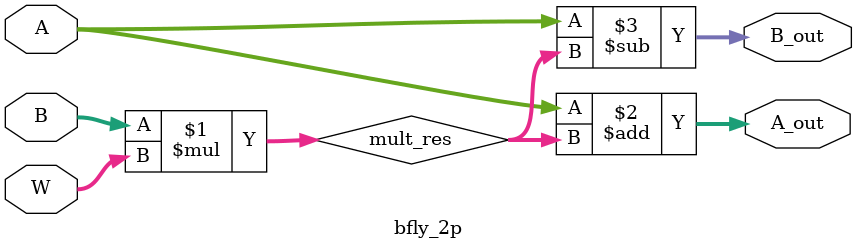
<source format=sv>

module bfly_2p #(
    parameter DATA_WIDTH = 16
)(
    input  logic signed [DATA_WIDTH-1:0]   A,
    input  logic signed [DATA_WIDTH-1:0]   B,
    input  logic signed [DATA_WIDTH-1:0]   W,     // twiddle factor
    output logic signed [2*DATA_WIDTH-1:0] A_out, // A_out = A + B*W
    output logic signed [2*DATA_WIDTH-1:0] B_out  // B_out = A - B*W
);

    logic signed [2*DATA_WIDTH-1:0] mult_res;

    assign mult_res = B * W;

    assign A_out    = A + mult_res;
    assign B_out    = A - mult_res;

endmodule : bfly_2p
</source>
